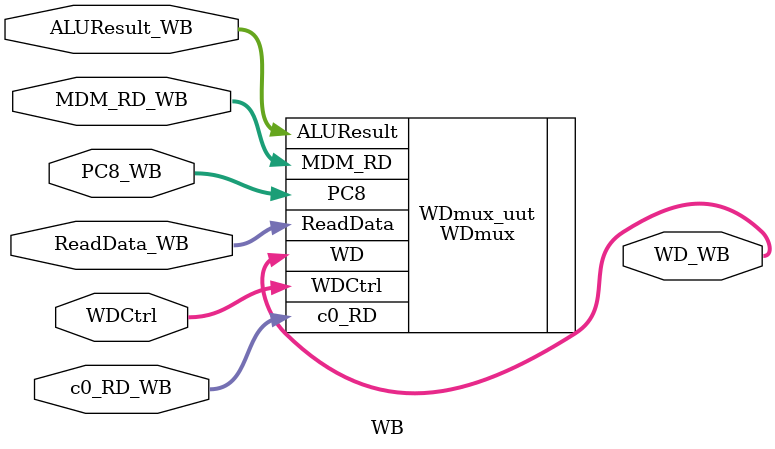
<source format=v>
`timescale 1ns / 1ps
module WB(
	 input [31:0] MDM_RD_WB,
    input [31:0] ReadData_WB,
    input [31:0] ALUResult_WB,
    input [31:0] c0_RD_WB,
    input [2:0] WDCtrl,
    output [31:0] WD_WB,
    input [31:0] PC8_WB
    );
    WDmux WDmux_uut(
        .WDCtrl(WDCtrl),
        .ALUResult(ALUResult_WB),
        .ReadData(ReadData_WB),
		  .MDM_RD(MDM_RD_WB),
        .PC8(PC8_WB),
        .c0_RD(c0_RD_WB),
        .WD(WD_WB)
    );
endmodule
</source>
